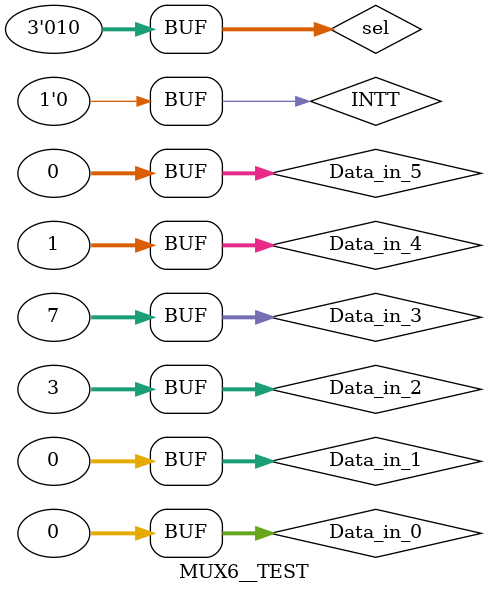
<source format=v>
`timescale 1ns / 1ps


module MUX6__TEST;

	// Inputs
	reg [31:0] Data_in_0;
	reg [31:0] Data_in_1;
	reg [31:0] Data_in_2;
	reg [31:0] Data_in_3;
	reg [31:0] Data_in_4;
	reg [31:0] Data_in_5;
	reg INTT;
	reg [2:0] sel;

	// Outputs
	wire [31:0] Data_out;
	wire [31:0] EPC;

	// Instantiate the Unit Under Test (UUT)
	MULTIPLEXER6_1 uut (
		.Data_in_0(Data_in_0), 
		.Data_in_1(Data_in_1), 
		.Data_in_2(Data_in_2), 
		.Data_in_3(Data_in_3), 
		.Data_in_4(Data_in_4), 
		.Data_in_5(Data_in_5), 
		.INTT(INTT), 
		.sel(sel), 
		.Data_out(Data_out), 
		.EPC(EPC)
	);

	initial begin
		// Initialize Inputs
		Data_in_0 = 0;
		Data_in_1 = 0;
		Data_in_2 = 0;
		Data_in_3 = 0;
		Data_in_4 = 0;
		Data_in_5 = 0;
		INTT = 0;
		sel = 0;

		// Wait 100 ns for global reset to finish
		#100;
      Data_in_0 = 0;
		Data_in_1 = 0;
		Data_in_2 =3;
		Data_in_3 = 7;
		Data_in_4 = 1;
		Data_in_5 = 0;
		INTT = 0;
		sel = 2;  
		// Add stimulus here

	end
      
endmodule


</source>
